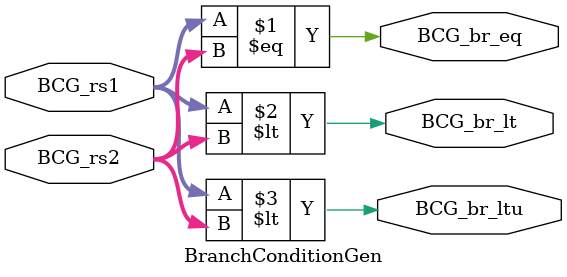
<source format=sv>
`timescale 1ns / 1ps


//////////////////////////////////////////////////////////////////////////////////
// Company: 
// Engineer: Bowman Edebohls
// 
// Create Date: 
// Design Name: 
// Module Name: 
// Project Name: 
// Target Devices: 
// Tool Versions: 
// Description: 
// 
// Dependencies: 
// 
// Revision:
// Revision 0.01 - File Created
// Additional Comments:
// 
//////////////////////////////////////////////////////////////////////////////////


module BranchConditionGen(
        input logic [31:0] BCG_rs1,
        input logic [31:0] BCG_rs2,
        output logic BCG_br_eq,
        output logic BCG_br_lt,
        output logic BCG_br_ltu
    );
    
    assign BCG_br_eq = BCG_rs1 == BCG_rs2;
    assign BCG_br_lt = $signed(BCG_rs1) < $signed(BCG_rs2);
    assign BCG_br_ltu = BCG_rs1 < BCG_rs2;
    
endmodule


</source>
